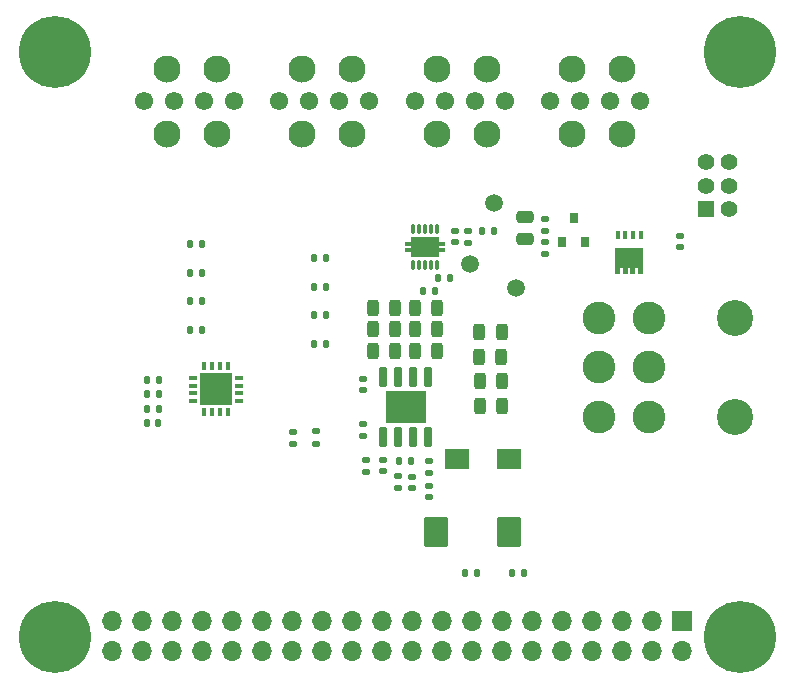
<source format=gbr>
%TF.GenerationSoftware,KiCad,Pcbnew,8.0.7*%
%TF.CreationDate,2025-01-22T00:45:47-05:00*%
%TF.ProjectId,AntHat,416e7448-6174-42e6-9b69-6361645f7063,rev?*%
%TF.SameCoordinates,Original*%
%TF.FileFunction,Soldermask,Top*%
%TF.FilePolarity,Negative*%
%FSLAX46Y46*%
G04 Gerber Fmt 4.6, Leading zero omitted, Abs format (unit mm)*
G04 Created by KiCad (PCBNEW 8.0.7) date 2025-01-22 00:45:47*
%MOMM*%
%LPD*%
G01*
G04 APERTURE LIST*
G04 Aperture macros list*
%AMRoundRect*
0 Rectangle with rounded corners*
0 $1 Rounding radius*
0 $2 $3 $4 $5 $6 $7 $8 $9 X,Y pos of 4 corners*
0 Add a 4 corners polygon primitive as box body*
4,1,4,$2,$3,$4,$5,$6,$7,$8,$9,$2,$3,0*
0 Add four circle primitives for the rounded corners*
1,1,$1+$1,$2,$3*
1,1,$1+$1,$4,$5*
1,1,$1+$1,$6,$7*
1,1,$1+$1,$8,$9*
0 Add four rect primitives between the rounded corners*
20,1,$1+$1,$2,$3,$4,$5,0*
20,1,$1+$1,$4,$5,$6,$7,0*
20,1,$1+$1,$6,$7,$8,$9,0*
20,1,$1+$1,$8,$9,$2,$3,0*%
%AMFreePoly0*
4,1,17,1.395000,0.765000,0.855000,0.765000,0.855000,0.535000,1.395000,0.535000,1.395000,0.115000,0.855000,0.115000,0.855000,-0.115000,1.395000,-0.115000,1.395000,-0.535000,0.855000,-0.535000,0.855000,-0.765000,1.395000,-0.765000,1.395000,-1.185000,-0.855000,-1.185000,-0.855000,1.185000,1.395000,1.185000,1.395000,0.765000,1.395000,0.765000,$1*%
G04 Aperture macros list end*
%ADD10RoundRect,0.050000X-0.100000X0.350000X-0.100000X-0.350000X0.100000X-0.350000X0.100000X0.350000X0*%
%ADD11RoundRect,0.012500X-0.237500X0.112500X-0.237500X-0.112500X0.237500X-0.112500X0.237500X0.112500X0*%
%ADD12RoundRect,0.033000X-1.167000X0.792000X-1.167000X-0.792000X1.167000X-0.792000X1.167000X0.792000X0*%
%ADD13RoundRect,0.050000X0.305600X-0.102400X0.305600X0.102400X-0.305600X0.102400X-0.305600X-0.102400X0*%
%ADD14RoundRect,0.050000X-0.102400X-0.305600X0.102400X-0.305600X0.102400X0.305600X-0.102400X0.305600X0*%
%ADD15R,2.692400X2.692400*%
%ADD16RoundRect,0.140000X0.170000X-0.140000X0.170000X0.140000X-0.170000X0.140000X-0.170000X-0.140000X0*%
%ADD17RoundRect,0.140000X-0.140000X-0.170000X0.140000X-0.170000X0.140000X0.170000X-0.140000X0.170000X0*%
%ADD18R,2.000000X1.800000*%
%ADD19RoundRect,0.135000X0.135000X0.185000X-0.135000X0.185000X-0.135000X-0.185000X0.135000X-0.185000X0*%
%ADD20RoundRect,0.135000X-0.185000X0.135000X-0.185000X-0.135000X0.185000X-0.135000X0.185000X0.135000X0*%
%ADD21C,6.100000*%
%ADD22R,3.400000X2.710000*%
%ADD23RoundRect,0.150000X-0.150000X0.737500X-0.150000X-0.737500X0.150000X-0.737500X0.150000X0.737500X0*%
%ADD24C,1.500000*%
%ADD25C,1.549400*%
%ADD26C,2.300000*%
%ADD27RoundRect,0.135000X-0.135000X-0.185000X0.135000X-0.185000X0.135000X0.185000X-0.135000X0.185000X0*%
%ADD28R,1.400000X1.400000*%
%ADD29C,1.400000*%
%ADD30R,0.800000X0.900000*%
%ADD31RoundRect,0.243750X0.243750X0.456250X-0.243750X0.456250X-0.243750X-0.456250X0.243750X-0.456250X0*%
%ADD32RoundRect,0.140000X-0.170000X0.140000X-0.170000X-0.140000X0.170000X-0.140000X0.170000X0.140000X0*%
%ADD33R,1.700000X1.700000*%
%ADD34O,1.700000X1.700000*%
%ADD35RoundRect,0.243750X-0.243750X-0.456250X0.243750X-0.456250X0.243750X0.456250X-0.243750X0.456250X0*%
%ADD36C,3.050000*%
%ADD37C,2.775000*%
%ADD38RoundRect,0.250000X-0.475000X0.250000X-0.475000X-0.250000X0.475000X-0.250000X0.475000X0.250000X0*%
%ADD39RoundRect,0.135000X0.185000X-0.135000X0.185000X0.135000X-0.185000X0.135000X-0.185000X-0.135000X0*%
%ADD40RoundRect,0.105000X-0.105000X0.245000X-0.105000X-0.245000X0.105000X-0.245000X0.105000X0.245000X0*%
%ADD41FreePoly0,270.000000*%
%ADD42RoundRect,0.250000X0.787500X1.025000X-0.787500X1.025000X-0.787500X-1.025000X0.787500X-1.025000X0*%
G04 APERTURE END LIST*
D10*
%TO.C,U3*%
X142970000Y-87840000D03*
X142470000Y-87840000D03*
X141970000Y-87840000D03*
X141470000Y-87840000D03*
X140970000Y-87840000D03*
X140970000Y-90840000D03*
X141470000Y-90840000D03*
X141970000Y-90840000D03*
X142470000Y-90840000D03*
X142970000Y-90840000D03*
D11*
X143420000Y-89090000D03*
X140520000Y-89090000D03*
D12*
X141970000Y-89340000D03*
D11*
X143420000Y-89590000D03*
X140520000Y-89590000D03*
%TD*%
D13*
%TO.C,U2*%
X122325800Y-100415800D03*
X122325800Y-101065798D03*
X122325800Y-101715800D03*
X122325800Y-102365798D03*
D14*
X123300002Y-103340000D03*
X123950000Y-103340000D03*
X124600002Y-103340000D03*
X125250000Y-103340000D03*
D13*
X126224202Y-102365798D03*
X126224202Y-101715800D03*
X126224202Y-101065798D03*
X126224202Y-100415800D03*
D14*
X125250000Y-99441598D03*
X124600002Y-99441598D03*
X123950000Y-99441598D03*
X123300002Y-99441598D03*
D15*
X124275001Y-101390799D03*
%TD*%
D16*
%TO.C,C14*%
X138422500Y-108320000D03*
X138422500Y-107360000D03*
%TD*%
D17*
%TO.C,C12*%
X139802500Y-107490000D03*
X140762500Y-107490000D03*
%TD*%
D18*
%TO.C,L1*%
X144681053Y-107262422D03*
X149081053Y-107262422D03*
%TD*%
D19*
%TO.C,R22*%
X150340000Y-116890000D03*
X149320000Y-116890000D03*
%TD*%
D20*
%TO.C,R3*%
X139722500Y-108750000D03*
X139722500Y-109770000D03*
%TD*%
D16*
%TO.C,C5*%
X163600000Y-89350000D03*
X163600000Y-88390000D03*
%TD*%
D21*
%TO.C,H1*%
X168641320Y-122311320D03*
%TD*%
D22*
%TO.C,U1*%
X140331053Y-102862422D03*
D23*
X142236053Y-100299922D03*
X140966053Y-100299922D03*
X139696053Y-100299922D03*
X138426053Y-100299922D03*
X138426053Y-105424922D03*
X139696053Y-105424922D03*
X140966053Y-105424922D03*
X142236053Y-105424922D03*
%TD*%
D24*
%TO.C,TP1*%
X147800000Y-85620000D03*
%TD*%
D25*
%TO.C,J5*%
X148702667Y-76956300D03*
D26*
X147196667Y-74245000D03*
X147196667Y-79745000D03*
D25*
X146162667Y-76956300D03*
X143622667Y-76956300D03*
D26*
X142996667Y-79745000D03*
X142996667Y-74245000D03*
D25*
X141082667Y-76956300D03*
%TD*%
D27*
%TO.C,R21*%
X143040000Y-91925000D03*
X144060000Y-91925000D03*
%TD*%
D19*
%TO.C,R13*%
X133610000Y-90225714D03*
X132590000Y-90225714D03*
%TD*%
D28*
%TO.C,J3*%
X165740000Y-86130000D03*
D29*
X165740000Y-84130000D03*
X165740000Y-82130000D03*
X167740000Y-86130000D03*
X167740000Y-84130000D03*
X167740000Y-82130000D03*
%TD*%
D30*
%TO.C,D1*%
X153600000Y-88900000D03*
X155500000Y-88900000D03*
X154550000Y-86900000D03*
%TD*%
D31*
%TO.C,C16*%
X148440000Y-98675000D03*
X146565000Y-98675000D03*
%TD*%
D19*
%TO.C,R19*%
X147835000Y-87950000D03*
X146815000Y-87950000D03*
%TD*%
D31*
%TO.C,C3*%
X139468553Y-98162422D03*
X137593553Y-98162422D03*
%TD*%
D24*
%TO.C,TP3*%
X145775000Y-90750000D03*
%TD*%
D21*
%TO.C,H4*%
X110641320Y-72811320D03*
%TD*%
D16*
%TO.C,C13*%
X140902500Y-109750000D03*
X140902500Y-108790000D03*
%TD*%
D32*
%TO.C,C8*%
X142282500Y-109540000D03*
X142282500Y-110500000D03*
%TD*%
D27*
%TO.C,R12*%
X122100000Y-96394284D03*
X123120000Y-96394284D03*
%TD*%
D20*
%TO.C,R2*%
X142282500Y-107460000D03*
X142282500Y-108480000D03*
%TD*%
D33*
%TO.C,J1*%
X163741320Y-120971320D03*
D34*
X163741320Y-123511320D03*
X161201320Y-120971320D03*
X161201320Y-123511320D03*
X158661320Y-120971320D03*
X158661320Y-123511320D03*
X156121320Y-120971320D03*
X156121320Y-123511320D03*
X153581320Y-120971320D03*
X153581320Y-123511320D03*
X151041320Y-120971320D03*
X151041320Y-123511320D03*
X148501320Y-120971320D03*
X148501320Y-123511320D03*
X145961320Y-120971320D03*
X145961320Y-123511320D03*
X143421320Y-120971320D03*
X143421320Y-123511320D03*
X140881320Y-120971320D03*
X140881320Y-123511320D03*
X138341320Y-120971320D03*
X138341320Y-123511320D03*
X135801320Y-120971320D03*
X135801320Y-123511320D03*
X133261320Y-120971320D03*
X133261320Y-123511320D03*
X130721320Y-120971320D03*
X130721320Y-123511320D03*
X128181320Y-120971320D03*
X128181320Y-123511320D03*
X125641320Y-120971320D03*
X125641320Y-123511320D03*
X123101320Y-120971320D03*
X123101320Y-123511320D03*
X120561320Y-120971320D03*
X120561320Y-123511320D03*
X118021320Y-120971320D03*
X118021320Y-123511320D03*
X115481320Y-120971320D03*
X115481320Y-123511320D03*
%TD*%
D19*
%TO.C,R17*%
X119430000Y-100570000D03*
X118410000Y-100570000D03*
%TD*%
D20*
%TO.C,R20*%
X145650000Y-87940000D03*
X145650000Y-88960000D03*
%TD*%
D35*
%TO.C,C7*%
X141143553Y-98162422D03*
X143018553Y-98162422D03*
%TD*%
D31*
%TO.C,C18*%
X148468553Y-102812422D03*
X146593553Y-102812422D03*
%TD*%
D20*
%TO.C,R6*%
X132740000Y-104950000D03*
X132740000Y-105970000D03*
%TD*%
D31*
%TO.C,C17*%
X148468553Y-100662422D03*
X146593553Y-100662422D03*
%TD*%
D36*
%TO.C,J2*%
X168210000Y-95330000D03*
X168210000Y-103730000D03*
D37*
X160910000Y-95330000D03*
X160910000Y-99530000D03*
X160910000Y-103730000D03*
X156710000Y-95330000D03*
X156710000Y-99530000D03*
X156710000Y-103730000D03*
%TD*%
D19*
%TO.C,R15*%
X133610000Y-95128570D03*
X132590000Y-95128570D03*
%TD*%
D31*
%TO.C,C2*%
X139468553Y-96312422D03*
X137593553Y-96312422D03*
%TD*%
D38*
%TO.C,C11*%
X150470000Y-86790000D03*
X150470000Y-88690000D03*
%TD*%
D20*
%TO.C,R8*%
X130800000Y-104970000D03*
X130800000Y-105990000D03*
%TD*%
D25*
%TO.C,J4*%
X160136000Y-76956300D03*
D26*
X158630000Y-74245000D03*
X158630000Y-79745000D03*
D25*
X157596000Y-76956300D03*
X155056000Y-76956300D03*
D26*
X154430000Y-79745000D03*
X154430000Y-74245000D03*
D25*
X152516000Y-76956300D03*
%TD*%
%TO.C,J6*%
X137269334Y-76956300D03*
D26*
X135763334Y-74245000D03*
X135763334Y-79745000D03*
D25*
X134729334Y-76956300D03*
X132189334Y-76956300D03*
D26*
X131563334Y-79745000D03*
X131563334Y-74245000D03*
D25*
X129649334Y-76956300D03*
%TD*%
D19*
%TO.C,R23*%
X146340000Y-116890000D03*
X145320000Y-116890000D03*
%TD*%
D27*
%TO.C,R9*%
X122100000Y-89040000D03*
X123120000Y-89040000D03*
%TD*%
D39*
%TO.C,R5*%
X136732500Y-105320000D03*
X136732500Y-104300000D03*
%TD*%
D19*
%TO.C,R7*%
X119430000Y-103016666D03*
X118410000Y-103016666D03*
%TD*%
D40*
%TO.C,Q1*%
X160240000Y-88320000D03*
X159590000Y-88320000D03*
X158940000Y-88320000D03*
X158290000Y-88320000D03*
D41*
X159265000Y-90275000D03*
%TD*%
D17*
%TO.C,C20*%
X118440000Y-104230000D03*
X119400000Y-104230000D03*
%TD*%
D31*
%TO.C,C1*%
X139468553Y-94462422D03*
X137593553Y-94462422D03*
%TD*%
D17*
%TO.C,C22*%
X141820000Y-93025000D03*
X142780000Y-93025000D03*
%TD*%
D21*
%TO.C,H2*%
X110641320Y-122311320D03*
%TD*%
D39*
%TO.C,R4*%
X136992500Y-108400000D03*
X136992500Y-107380000D03*
%TD*%
D32*
%TO.C,C10*%
X152100000Y-87000000D03*
X152100000Y-87960000D03*
%TD*%
D19*
%TO.C,R18*%
X119430000Y-101793333D03*
X118410000Y-101793333D03*
%TD*%
D21*
%TO.C,H3*%
X168641320Y-72811320D03*
%TD*%
D42*
%TO.C,C19*%
X149125000Y-113475000D03*
X142900000Y-113475000D03*
%TD*%
D27*
%TO.C,R10*%
X122100000Y-91491428D03*
X123120000Y-91491428D03*
%TD*%
%TO.C,R11*%
X122100000Y-93942856D03*
X123120000Y-93942856D03*
%TD*%
D32*
%TO.C,C21*%
X144550000Y-87970000D03*
X144550000Y-88930000D03*
%TD*%
D35*
%TO.C,C6*%
X141143553Y-96312422D03*
X143018553Y-96312422D03*
%TD*%
D19*
%TO.C,R16*%
X133610000Y-97580000D03*
X132590000Y-97580000D03*
%TD*%
%TO.C,R14*%
X133610000Y-92677142D03*
X132590000Y-92677142D03*
%TD*%
D31*
%TO.C,C15*%
X148452500Y-96525000D03*
X146577500Y-96525000D03*
%TD*%
D25*
%TO.C,J7*%
X125836000Y-76956300D03*
D26*
X124330000Y-74245000D03*
X124330000Y-79745000D03*
D25*
X123296000Y-76956300D03*
X120756000Y-76956300D03*
D26*
X120130000Y-79745000D03*
X120130000Y-74245000D03*
D25*
X118216000Y-76956300D03*
%TD*%
D24*
%TO.C,TP2*%
X149690000Y-92790000D03*
%TD*%
D32*
%TO.C,C9*%
X136732500Y-100470000D03*
X136732500Y-101430000D03*
%TD*%
D20*
%TO.C,R1*%
X152090000Y-88940000D03*
X152090000Y-89960000D03*
%TD*%
D35*
%TO.C,C4*%
X141143553Y-94462422D03*
X143018553Y-94462422D03*
%TD*%
M02*

</source>
